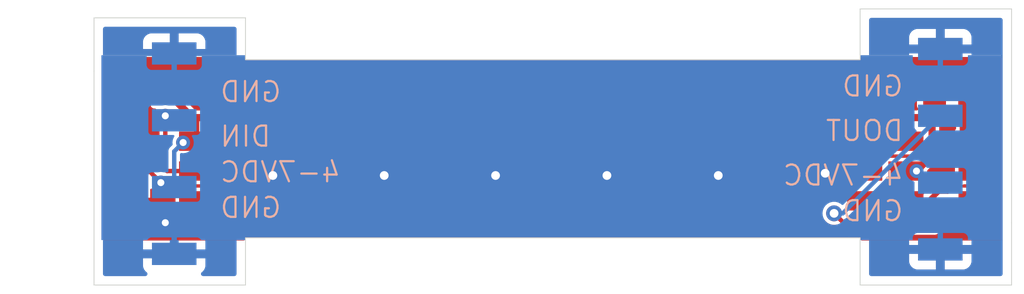
<source format=kicad_pcb>
(kicad_pcb (version 20211014) (generator pcbnew)
  (layers (0 "F.Cu" signal) (31 "B.Cu" signal) (34 "B.Paste" user) (35 "F.Paste" user) (36 "B.SilkS" user "B.Silkscreen") (37 "F.SilkS" user "F.Silkscreen") (38 "B.Mask" user) (39 "F.Mask" user) (44 "Edge.Cuts" user))
  (net 0 "")
  (net 1 "+5V")
  (net 2 "GND")
  (net 3 "Net-(CN1-Pad2)")
  (net 4 "Net-(CN2-Pad3)")
  (net 5 "Net-(LED1-PadDO)")
  (net 6 "Net-(LED2-PadDO)")
  (net 7 "Net-(LED3-PadDO)")
  (net 8 "Net-(LED4-PadDO)")
  (net 9 "Net-(LED5-PadDO)")
  (net 10 "Net-(LED6-PadDO)")
  (net 11 "Net-(LED7-PadDO)")
  (footprint "Adafruit NeoPixel 8 Stick:C0805K" (layer "F.Cu") (at 145.3261 101.7016 180)
    (fp_text reference "C3" hide)
    (fp_text value "C-USC0805K")
    (pad "1" smd rect (at -1 0 180) (size 1.3 1.6) (layers "F.Cu" "F.Paste" "F.Mask") (net 1 "+5V"))
    (pad "2" smd rect (at 1 0 180) (size 1.3 1.6) (layers "F.Cu" "F.Paste" "F.Mask") (net 2 "GND"))
  )
  (footprint "Adafruit NeoPixel 8 Stick:WS28115050" (layer "F.Cu") (at 158.0261 106.2736)
    (fp_text reference "LED6" hide)
    (fp_text value ">VALUE")
    (pad "DI" smd rect (at 2 0) (size 2 1.1) (layers "F.Cu" "F.Paste" "F.Mask") (net 9 "Net-(LED5-PadDO)"))
    (pad "DO" smd rect (at 2 1.7) (size 2 1.1) (layers "F.Cu" "F.Paste" "F.Mask") (net 10 "Net-(LED6-PadDO)"))
    (pad "LEDVDD" smd rect (at -2 0) (size 2 1.1) (layers "F.Cu" "F.Paste" "F.Mask") (net 1 "+5V"))
    (pad "NC" smd rect (at -2 -1.7) (size 2 1.1) (layers "F.Cu" "F.Paste" "F.Mask"))
    (pad "VDD" smd rect (at 2 -1.7) (size 2 1.1) (layers "F.Cu" "F.Paste" "F.Mask") (net 1 "+5V"))
    (pad "VSS" smd rect (at -2 1.7) (size 2 1.1) (layers "F.Cu" "F.Paste" "F.Mask") (net 2 "GND"))
  )
  (footprint "Adafruit NeoPixel 8 Stick:C0805K" (layer "F.Cu") (at 165.1381 101.7016 180)
    (fp_text reference "C6" hide)
    (fp_text value "C-USC0805K")
    (pad "1" smd rect (at -1 0 180) (size 1.3 1.6) (layers "F.Cu" "F.Paste" "F.Mask") (net 1 "+5V"))
    (pad "2" smd rect (at 1 0 180) (size 1.3 1.6) (layers "F.Cu" "F.Paste" "F.Mask") (net 2 "GND"))
  )
  (footprint "Adafruit NeoPixel 8 Stick:WS28115050" (layer "F.Cu") (at 132.6261 106.2736)
    (fp_text reference "LED2" hide)
    (fp_text value ">VALUE")
    (pad "DI" smd rect (at 2 0) (size 2 1.1) (layers "F.Cu" "F.Paste" "F.Mask") (net 5 "Net-(LED1-PadDO)"))
    (pad "DO" smd rect (at 2 1.7) (size 2 1.1) (layers "F.Cu" "F.Paste" "F.Mask") (net 6 "Net-(LED2-PadDO)"))
    (pad "LEDVDD" smd rect (at -2 0) (size 2 1.1) (layers "F.Cu" "F.Paste" "F.Mask") (net 1 "+5V"))
    (pad "NC" smd rect (at -2 -1.7) (size 2 1.1) (layers "F.Cu" "F.Paste" "F.Mask"))
    (pad "VDD" smd rect (at 2 -1.7) (size 2 1.1) (layers "F.Cu" "F.Paste" "F.Mask") (net 1 "+5V"))
    (pad "VSS" smd rect (at -2 1.7) (size 2 1.1) (layers "F.Cu" "F.Paste" "F.Mask") (net 2 "GND"))
  )
  (footprint "Adafruit NeoPixel 8 Stick:WS28115050" (layer "F.Cu") (at 151.6761 106.2736)
    (fp_text reference "LED5" hide)
    (fp_text value ">VALUE")
    (pad "DI" smd rect (at 2 0) (size 2 1.1) (layers "F.Cu" "F.Paste" "F.Mask") (net 8 "Net-(LED4-PadDO)"))
    (pad "DO" smd rect (at 2 1.7) (size 2 1.1) (layers "F.Cu" "F.Paste" "F.Mask") (net 9 "Net-(LED5-PadDO)"))
    (pad "LEDVDD" smd rect (at -2 0) (size 2 1.1) (layers "F.Cu" "F.Paste" "F.Mask") (net 1 "+5V"))
    (pad "NC" smd rect (at -2 -1.7) (size 2 1.1) (layers "F.Cu" "F.Paste" "F.Mask"))
    (pad "VDD" smd rect (at 2 -1.7) (size 2 1.1) (layers "F.Cu" "F.Paste" "F.Mask") (net 1 "+5V"))
    (pad "VSS" smd rect (at -2 1.7) (size 2 1.1) (layers "F.Cu" "F.Paste" "F.Mask") (net 2 "GND"))
  )
  (footprint "Adafruit NeoPixel 8 Stick:WS28115050" (layer "F.Cu") (at 145.3261 106.2736)
    (fp_text reference "LED4" hide)
    (fp_text value ">VALUE")
    (pad "DI" smd rect (at 2 0) (size 2 1.1) (layers "F.Cu" "F.Paste" "F.Mask") (net 7 "Net-(LED3-PadDO)"))
    (pad "DO" smd rect (at 2 1.7) (size 2 1.1) (layers "F.Cu" "F.Paste" "F.Mask") (net 8 "Net-(LED4-PadDO)"))
    (pad "LEDVDD" smd rect (at -2 0) (size 2 1.1) (layers "F.Cu" "F.Paste" "F.Mask") (net 1 "+5V"))
    (pad "NC" smd rect (at -2 -1.7) (size 2 1.1) (layers "F.Cu" "F.Paste" "F.Mask"))
    (pad "VDD" smd rect (at 2 -1.7) (size 2 1.1) (layers "F.Cu" "F.Paste" "F.Mask") (net 1 "+5V"))
    (pad "VSS" smd rect (at -2 1.7) (size 2 1.1) (layers "F.Cu" "F.Paste" "F.Mask") (net 2 "GND"))
  )
  (footprint "Adafruit NeoPixel 8 Stick:WS28115050" (layer "F.Cu") (at 126.2761 106.2736)
    (fp_text reference "LED1" hide)
    (fp_text value ">VALUE")
    (pad "DI" smd rect (at 2 0) (size 2 1.1) (layers "F.Cu" "F.Paste" "F.Mask") (net 4 "Net-(CN2-Pad3)"))
    (pad "DO" smd rect (at 2 1.7) (size 2 1.1) (layers "F.Cu" "F.Paste" "F.Mask") (net 5 "Net-(LED1-PadDO)"))
    (pad "LEDVDD" smd rect (at -2 0) (size 2 1.1) (layers "F.Cu" "F.Paste" "F.Mask") (net 1 "+5V"))
    (pad "NC" smd rect (at -2 -1.7) (size 2 1.1) (layers "F.Cu" "F.Paste" "F.Mask"))
    (pad "VDD" smd rect (at 2 -1.7) (size 2 1.1) (layers "F.Cu" "F.Paste" "F.Mask") (net 1 "+5V"))
    (pad "VSS" smd rect (at -2 1.7) (size 2 1.1) (layers "F.Cu" "F.Paste" "F.Mask") (net 2 "GND"))
  )
  (footprint "Adafruit NeoPixel 8 Stick:C0805K" (layer "F.Cu") (at 171.3611 101.7016 180)
    (fp_text reference "C7" hide)
    (fp_text value "C-USC0805K")
    (pad "1" smd rect (at -1 0 180) (size 1.3 1.6) (layers "F.Cu" "F.Paste" "F.Mask") (net 1 "+5V"))
    (pad "2" smd rect (at 1 0 180) (size 1.3 1.6) (layers "F.Cu" "F.Paste" "F.Mask") (net 2 "GND"))
  )
  (footprint "Adafruit NeoPixel 8 Stick:WS28115050" (layer "F.Cu") (at 164.3761 106.2736)
    (fp_text reference "LED7" hide)
    (fp_text value ">VALUE")
    (pad "DI" smd rect (at 2 0) (size 2 1.1) (layers "F.Cu" "F.Paste" "F.Mask") (net 10 "Net-(LED6-PadDO)"))
    (pad "DO" smd rect (at 2 1.7) (size 2 1.1) (layers "F.Cu" "F.Paste" "F.Mask") (net 11 "Net-(LED7-PadDO)"))
    (pad "LEDVDD" smd rect (at -2 0) (size 2 1.1) (layers "F.Cu" "F.Paste" "F.Mask") (net 1 "+5V"))
    (pad "NC" smd rect (at -2 -1.7) (size 2 1.1) (layers "F.Cu" "F.Paste" "F.Mask"))
    (pad "VDD" smd rect (at 2 -1.7) (size 2 1.1) (layers "F.Cu" "F.Paste" "F.Mask") (net 1 "+5V"))
    (pad "VSS" smd rect (at -2 1.7) (size 2 1.1) (layers "F.Cu" "F.Paste" "F.Mask") (net 2 "GND"))
  )
  (footprint "Adafruit NeoPixel 8 Stick:WS28115050" (layer "F.Cu") (at 170.7261 106.2736)
    (fp_text reference "LED8" hide)
    (fp_text value ">VALUE")
    (pad "DI" smd rect (at 2 0) (size 2 1.1) (layers "F.Cu" "F.Paste" "F.Mask") (net 11 "Net-(LED7-PadDO)"))
    (pad "DO" smd rect (at 2 1.7) (size 2 1.1) (layers "F.Cu" "F.Paste" "F.Mask") (net 3 "Net-(CN1-Pad2)"))
    (pad "LEDVDD" smd rect (at -2 0) (size 2 1.1) (layers "F.Cu" "F.Paste" "F.Mask") (net 1 "+5V"))
    (pad "NC" smd rect (at -2 -1.7) (size 2 1.1) (layers "F.Cu" "F.Paste" "F.Mask"))
    (pad "VDD" smd rect (at 2 -1.7) (size 2 1.1) (layers "F.Cu" "F.Paste" "F.Mask") (net 1 "+5V"))
    (pad "VSS" smd rect (at -2 1.7) (size 2 1.1) (layers "F.Cu" "F.Paste" "F.Mask") (net 2 "GND"))
  )
  (footprint "Adafruit NeoPixel 8 Stick:WS28115050" (layer "F.Cu") (at 138.9761 106.2736)
    (fp_text reference "LED3" hide)
    (fp_text value ">VALUE")
    (pad "DI" smd rect (at 2 0) (size 2 1.1) (layers "F.Cu" "F.Paste" "F.Mask") (net 6 "Net-(LED2-PadDO)"))
    (pad "DO" smd rect (at 2 1.7) (size 2 1.1) (layers "F.Cu" "F.Paste" "F.Mask") (net 7 "Net-(LED3-PadDO)"))
    (pad "LEDVDD" smd rect (at -2 0) (size 2 1.1) (layers "F.Cu" "F.Paste" "F.Mask") (net 1 "+5V"))
    (pad "NC" smd rect (at -2 -1.7) (size 2 1.1) (layers "F.Cu" "F.Paste" "F.Mask"))
    (pad "VDD" smd rect (at 2 -1.7) (size 2 1.1) (layers "F.Cu" "F.Paste" "F.Mask") (net 1 "+5V"))
    (pad "VSS" smd rect (at -2 1.7) (size 2 1.1) (layers "F.Cu" "F.Paste" "F.Mask") (net 2 "GND"))
  )
  (footprint "Adafruit NeoPixel 8 Stick:FIDUCIAL_1MM" (layer "F.Cu") (at 168.1861 101.7016)
    (fp_text reference "FID3" hide)
    (fp_text value "FIDUCIAL\"\"" hide)
    (pad "1" smd roundrect (at 0 0) (size 1 1) (layers "F.Cu" "F.Mask") (roundrect_rratio 0.5))
  )
  (footprint "Adafruit NeoPixel 8 Stick:C0805K" (layer "F.Cu") (at 125.5141 101.7016 180)
    (fp_text reference "C8" hide)
    (fp_text value "C-USC0805K")
    (pad "1" smd rect (at -1 0 180) (size 1.3 1.6) (layers "F.Cu" "F.Paste" "F.Mask") (net 1 "+5V"))
    (pad "2" smd rect (at 1 0 180) (size 1.3 1.6) (layers "F.Cu" "F.Paste" "F.Mask") (net 2 "GND"))
  )
  (footprint "Adafruit NeoPixel 8 Stick:FIDUCIAL_1MM" (layer "F.Cu") (at 128.4351 101.7016)
    (fp_text reference "FID1" hide)
    (fp_text value "FIDUCIAL\"\"" hide)
    (pad "1" smd roundrect (at 0 0) (size 1 1) (layers "F.Cu" "F.Mask") (roundrect_rratio 0.5))
  )
  (footprint "Adafruit NeoPixel 8 Stick:C0805K" (layer "F.Cu") (at 156.7561 101.7016 180)
    (fp_text reference "C5" hide)
    (fp_text value "C-USC0805K")
    (pad "1" smd rect (at -1 0 180) (size 1.3 1.6) (layers "F.Cu" "F.Paste" "F.Mask") (net 1 "+5V"))
    (pad "2" smd rect (at 1 0 180) (size 1.3 1.6) (layers "F.Cu" "F.Paste" "F.Mask") (net 2 "GND"))
  )
  (footprint "Adafruit NeoPixel 8 Stick:C0805K" (layer "F.Cu") (at 139.9921 101.7016 180)
    (fp_text reference "C2" hide)
    (fp_text value "C-USC0805K")
    (pad "1" smd rect (at -1 0 180) (size 1.3 1.6) (layers "F.Cu" "F.Paste" "F.Mask") (net 1 "+5V"))
    (pad "2" smd rect (at 1 0 180) (size 1.3 1.6) (layers "F.Cu" "F.Paste" "F.Mask") (net 2 "GND"))
  )
  (footprint "Adafruit NeoPixel 8 Stick:C0805K" (layer "F.Cu") (at 151.6761 101.7016 180)
    (fp_text reference "C4" hide)
    (fp_text value "C-USC0805K")
    (pad "1" smd rect (at -1 0 180) (size 1.3 1.6) (layers "F.Cu" "F.Paste" "F.Mask") (net 1 "+5V"))
    (pad "2" smd rect (at 1 0 180) (size 1.3 1.6) (layers "F.Cu" "F.Paste" "F.Mask") (net 2 "GND"))
  )
  (footprint "Adafruit NeoPixel 8 Stick:C0805K" (layer "F.Cu") (at 131.4831 101.7016 180)
    (fp_text reference "C1" hide)
    (fp_text value "C-USC0805K")
    (pad "1" smd rect (at -1 0 180) (size 1.3 1.6) (layers "F.Cu" "F.Paste" "F.Mask") (net 1 "+5V"))
    (pad "2" smd rect (at 1 0 180) (size 1.3 1.6) (layers "F.Cu" "F.Paste" "F.Mask") (net 2 "GND"))
  )
  (footprint "Adafruit NeoPixel 8 Stick:1X4-SMT" (layer "B.Cu") (at 127 105.918 90)
    (fp_text reference "CN2" hide)
    (fp_text value "1X4SMT" hide)
    (pad "1" smd rect (at -5.08 0 90) (size 1.27 2.54) (layers "B.Cu" "B.Paste" "B.Mask") (net 2 "GND"))
    (pad "2" smd rect (at -1.27 0 90) (size 1.27 2.54) (layers "B.Cu" "B.Paste" "B.Mask") (net 1 "+5V"))
    (pad "3" smd rect (at 2.54 0 90) (size 1.27 2.54) (layers "B.Cu" "B.Paste" "B.Mask") (net 4 "Net-(CN2-Pad3)"))
    (pad "4" smd rect (at 6.35 0 90) (size 1.27 2.54) (layers "B.Cu" "B.Paste" "B.Mask") (net 2 "GND"))
  )
  (footprint "Adafruit NeoPixel 8 Stick:1X4-SMT" (layer "B.Cu") (at 170.688 104.394 -90)
    (fp_text reference "CN1" hide)
    (fp_text value "1X4SMT" hide)
    (pad "1" smd rect (at -5.08 0 270) (size 1.27 2.54) (layers "B.Cu" "B.Paste" "B.Mask") (net 2 "GND"))
    (pad "2" smd rect (at -1.27 0 270) (size 1.27 2.54) (layers "B.Cu" "B.Paste" "B.Mask") (net 3 "Net-(CN1-Pad2)"))
    (pad "3" smd rect (at 2.54 0 270) (size 1.27 2.54) (layers "B.Cu" "B.Paste" "B.Mask") (net 1 "+5V"))
    (pad "4" smd rect (at 6.35 0 270) (size 1.27 2.54) (layers "B.Cu" "B.Paste" "B.Mask") (net 2 "GND"))
  )
  (gr_line (start 166.116 99.9236) (end 166.116 97.028) (layer "Edge.Cuts") (width 0.05))
  (gr_line (start 166.116 99.9236) (end 131.064 99.9236) (layer "Edge.Cuts") (width 0.05))
  (gr_line (start 131.064 112.776) (end 122.428 112.776) (layer "Edge.Cuts") (width 0.05))
  (gr_line (start 174.752 112.776) (end 166.116 112.776) (layer "Edge.Cuts") (width 0.05))
  (gr_line (start 131.064 97.536) (end 131.064 99.9236) (layer "Edge.Cuts") (width 0.05))
  (gr_line (start 122.428 100.584) (end 122.428 97.536) (layer "Edge.Cuts") (width 0.05))
  (gr_line (start 166.116 112.776) (end 166.116 110.0836) (layer "Edge.Cuts") (width 0.05))
  (gr_line (start 131.064 110.0836) (end 131.064 112.776) (layer "Edge.Cuts") (width 0.05))
  (gr_line (start 174.752 97.028) (end 174.752 109.22) (layer "Edge.Cuts") (width 0.05))
  (gr_line (start 166.116 97.028) (end 174.752 97.028) (layer "Edge.Cuts") (width 0.05))
  (gr_line (start 122.428 112.776) (end 122.428 100.584) (layer "Edge.Cuts") (width 0.05))
  (gr_line (start 122.428 97.536) (end 131.064 97.536) (layer "Edge.Cuts") (width 0.05))
  (gr_line (start 174.752 109.22) (end 174.752 112.776) (layer "Edge.Cuts") (width 0.05))
  (gr_line (start 131.064 110.0836) (end 166.116 110.0836) (layer "Edge.Cuts") (width 0.05))
  (gr_text "4-7VDC" (at 168.656 107.188) (layer "B.SilkS") (effects (font (size 1.143 1.143) (thickness 0.127)) (justify left bottom mirror)))
  (gr_text "4-7VDC" (at 129.54 105.664) (layer "B.SilkS") (effects (font (size 1.143 1.143) (thickness 0.127)) (justify right top mirror)))
  (gr_text "DOUT" (at 168.656 104.648) (layer "B.SilkS") (effects (font (size 1.143 1.143) (thickness 0.127)) (justify left bottom mirror)))
  (gr_text "GND" (at 168.656 109.22) (layer "B.SilkS") (effects (font (size 1.143 1.143) (thickness 0.127)) (justify left bottom mirror)))
  (gr_text "DIN" (at 129.54 103.632) (layer "B.SilkS") (effects (font (size 1.143 1.143) (thickness 0.127)) (justify right top mirror)))
  (gr_text "GND" (at 168.656 102.108) (layer "B.SilkS") (effects (font (size 1.143 1.143) (thickness 0.127)) (justify left bottom mirror)))
  (gr_text "GND" (at 129.54 101.092) (layer "B.SilkS") (effects (font (size 1.143 1.143) (thickness 0.127)) (justify right top mirror)))
  (gr_text "GND" (at 129.54 107.696) (layer "B.SilkS") (effects (font (size 1.143 1.143) (thickness 0.127)) (justify right top mirror)))
  (segment (start 157.8864 103.2256) (end 158.2801 103.2256) (width 0.4064) (layer "F.Cu") (net 1))
  (segment (start 153.6271 104.6226) (end 153.6271 103.2256) (width 0.4064) (layer "F.Cu") (net 1))
  (segment (start 132.8801 103.2256) (end 132.8801 104.5736) (width 0.4064) (layer "F.Cu") (net 1))
  (segment (start 171.9961 101.9716) (end 171.9961 103.2256) (width 0.4064) (layer "F.Cu") (net 1))
  (segment (start 166.1381 101.7016) (end 166.3761 101.7016) (width 0.4064) (layer "F.Cu") (net 1))
  (segment (start 128.2761 103.4636) (end 128.0381 103.2256) (width 0.3048) (layer "F.Cu") (net 1))
  (segment (start 128.2761 104.5736) (end 128.2761 103.4636) (width 0.3048) (layer "F.Cu") (net 1))
  (segment (start 158.2801 104.5736) (end 160.0261 104.5736) (width 0.4064) (layer "F.Cu") (net 1))
  (segment (start 166.3761 101.7016) (end 166.3761 103.2256) (width 0.4064) (layer "F.Cu") (net 1))
  (segment (start 158.2801 103.2256) (end 166.3761 103.2256) (width 0.4064) (layer "F.Cu") (net 1))
  (segment (start 153.6761 103.2256) (end 153.6761 104.5736) (width 0.3048) (layer "F.Cu") (net 1))
  (segment (start 169.3291 106.2736) (end 170.2181 105.3846) (width 0.4064) (layer "F.Cu") (net 1))
  (segment (start 139.2301 104.6226) (end 140.9271 104.6226) (width 0.4064) (layer "F.Cu") (net 1))
  (segment (start 147.2771 104.6226) (end 147.2771 103.2256) (width 0.4064) (layer "F.Cu") (net 1))
  (segment (start 153.6271 103.2256) (end 153.6761 103.2256) (width 0.4064) (layer "F.Cu") (net 1))
  (segment (start 158.2801 103.2256) (end 158.2801 104.5736) (width 0.4064) (layer "F.Cu") (net 1))
  (segment (start 132.8021 104.5736) (end 132.8801 104.5736) (width 0.4064) (layer "F.Cu") (net 1))
  (segment (start 137.5791 106.2736) (end 139.2301 104.6226) (width 0.4064) (layer "F.Cu") (net 1))
  (segment (start 162.8521 106.2736) (end 164.5521 104.5736) (width 0.4064) (layer "F.Cu") (net 1))
  (segment (start 145.7071 104.6226) (end 147.2771 104.6226) (width 0.4064) (layer "F.Cu") (net 1))
  (segment (start 162.3761 106.2736) (end 162.4584 106.2736) (width 0.4064) (layer "F.Cu") (net 1))
  (segment (start 132.8801 102.0986) (end 132.8801 103.2256) (width 0.4064) (layer "F.Cu") (net 1))
  (segment (start 172.0911 101.9716) (end 172.3611 101.7016) (width 0.254) (layer "F.Cu") (net 1))
  (segment (start 140.9761 101.7176) (end 140.9761 103.2256) (width 0.4064) (layer "F.Cu") (net 1))
  (segment (start 147.3261 104.5736) (end 147.3261 103.2256) (width 0.4064) (layer "F.Cu") (net 1))
  (segment (start 171.9961 104.4956) (end 172.0741 104.5736) (width 0.4064) (layer "F.Cu") (net 1))
  (segment (start 156.5021 106.2736) (end 158.2021 104.5736) (width 0.4064) (layer "F.Cu") (net 1))
  (segment (start 132.8801 103.2256) (end 128.0381 103.2256) (width 0.4064) (layer "F.Cu") (net 1))
  (segment (start 152.6761 101.7016) (end 153.6761 102.7016) (width 0.3048) (layer "F.Cu") (net 1))
  (segment (start 140.9761 104.5736) (end 140.9761 103.2256) (width 0.4064) (layer "F.Cu") (net 1))
  (segment (start 149.6761 106.2736) (end 150.1521 106.2736) (width 0.4064) (layer "F.Cu") (net 1))
  (segment (start 153.6761 103.2256) (end 157.8864 103.2256) (width 0.4064) (layer "F.Cu") (net 1))
  (segment (start 132.8801 103.2256) (end 140.9761 103.2256) (width 0.4064) (layer "F.Cu") (net 1))
  (segment (start 147.3261 102.7016) (end 147.3261 103.2256) (width 0.3048) (layer "F.Cu") (net 1))
  (segment (start 144.0561 106.2736) (end 145.7071 104.6226) (width 0.4064) (layer "F.Cu") (net 1))
  (segment (start 166.3761 103.2256) (end 166.3761 104.5736) (width 0.4064) (layer "F.Cu") (net 1))
  (segment (start 170.2181 103.2256) (end 171.9961 103.2256) (width 0.4064) (layer "F.Cu") (net 1))
  (segment (start 171.9961 103.2256) (end 171.9961 104.4956) (width 0.4064) (layer "F.Cu") (net 1))
  (segment (start 132.4831 101.7016) (end 132.8801 102.0986) (width 0.4064) (layer "F.Cu") (net 1))
  (segment (start 156.0261 106.2736) (end 156.5021 106.2736) (width 0.4064) (layer "F.Cu") (net 1))
  (segment (start 136.9761 106.2736) (end 137.5791 106.2736) (width 0.4064) (layer "F.Cu") (net 1))
  (segment (start 164.5521 104.5736) (end 166.3761 104.5736) (width 0.4064) (layer "F.Cu") (net 1))
  (segment (start 158.2021 104.5736) (end 158.2801 104.5736) (width 0.4064) (layer "F.Cu") (net 1))
  (segment (start 153.6761 102.7016) (end 153.6761 103.2256) (width 0.3048) (layer "F.Cu") (net 1))
  (segment (start 147.2771 103.2256) (end 147.3261 103.2256) (width 0.4064) (layer "F.Cu") (net 1))
  (segment (start 132.8801 104.5736) (end 134.6261 104.5736) (width 0.4064) (layer "F.Cu") (net 1))
  (segment (start 153.6271 104.6226) (end 153.6761 104.5736) (width 0.4064) (layer "F.Cu") (net 1))
  (segment (start 168.7261 106.2736) (end 169.3291 106.2736) (width 0.4064) (layer "F.Cu") (net 1))
  (segment (start 147.2771 103.2256) (end 140.9761 103.2256) (width 0.4064) (layer "F.Cu") (net 1))
  (segment (start 166.3761 103.2256) (end 170.2181 103.2256) (width 0.4064) (layer "F.Cu") (net 1))
  (segment (start 130.6261 106.2736) (end 131.1021 106.2736) (width 0.4064) (layer "F.Cu") (net 1))
  (segment (start 140.9271 104.6226) (end 140.9761 104.5736) (width 0.4064) (layer "F.Cu") (net 1))
  (segment (start 171.9961 101.9716) (end 172.0911 101.9716) (width 0.254) (layer "F.Cu") (net 1))
  (segment (start 157.7561 103.0953) (end 157.7561 101.7016) (width 0.4064) (layer "F.Cu") (net 1))
  (segment (start 143.3261 106.2736) (end 144.0561 106.2736) (width 0.4064) (layer "F.Cu") (net 1))
  (segment (start 157.8864 103.2256) (end 157.7561 103.0953) (width 0.4064) (layer "F.Cu") (net 1))
  (segment (start 147.2771 104.6226) (end 147.3261 104.5736) (width 0.4064) (layer "F.Cu") (net 1))
  (segment (start 172.0741 104.5736) (end 172.7261 104.5736) (width 0.254) (layer "F.Cu") (net 1))
  (segment (start 125.5776 106.2736) (end 126.238 106.934) (width 0.25) (layer "F.Cu") (net 1))
  (segment (start 170.2181 105.3846) (end 170.2181 103.2256) (width 0.4064) (layer "F.Cu") (net 1))
  (segment (start 124.2761 106.2736) (end 125.5776 106.2736) (width 0.25) (layer "F.Cu") (net 1))
  (segment (start 140.9921 101.7016) (end 140.9761 101.7176) (width 0.4064) (layer "F.Cu") (net 1))
  (segment (start 146.3261 101.7016) (end 147.3261 102.7016) (width 0.3048) (layer "F.Cu") (net 1))
  (segment (start 128.0381 103.2256) (end 126.5141 101.7016) (width 0.4064) (layer "F.Cu") (net 1))
  (segment (start 131.1021 106.2736) (end 132.8021 104.5736) (width 0.4064) (layer "F.Cu") (net 1))
  (segment (start 162.4584 106.2736) (end 162.8521 106.2736) (width 0.4064) (layer "F.Cu") (net 1))
  (via (at 127.508 104.648) (size 0.8) (drill 0.4) (layers "F.Cu" "B.Cu") (net 1))
  (via (at 126.238 106.934) (size 0.8) (drill 0.4) (layers "F.Cu" "B.Cu") (net 1))
  (via (at 169.3291 106.2736) (size 0.8) (drill 0.4) (layers "F.Cu" "B.Cu") (net 1))
  (segment (start 127 105.156) (end 127.508 104.648) (width 0.25) (layer "B.Cu") (net 1))
  (segment (start 127 106.934) (end 126.238 106.934) (width 0.25) (layer "B.Cu") (net 1))
  (segment (start 127 106.934) (end 127 105.156) (width 0.25) (layer "B.Cu") (net 1))
  (segment (start 162.3761 107.9736) (end 162.8031 107.9736) (width 0.254) (layer "F.Cu") (net 2))
  (segment (start 132.6261 107.117928) (end 132.6261 106.5276) (width 0.25) (layer "F.Cu") (net 2))
  (segment (start 169.1761 107.9736) (end 170.4697 106.68) (width 0.25) (layer "F.Cu") (net 2))
  (segment (start 170.4697 106.68) (end 170.688 106.68) (width 0.25) (layer "F.Cu") (net 2))
  (segment (start 164.1221 106.6546) (end 164.1221 106.4006) (width 0.254) (layer "F.Cu") (net 2))
  (segment (start 131.770428 107.9736) (end 132.6261 107.117928) (width 0.25) (layer "F.Cu") (net 2))
  (segment (start 162.8031 107.9736) (end 164.1221 106.6546) (width 0.254) (layer "F.Cu") (net 2))
  (segment (start 156.5801 107.9736) (end 158.0261 106.5276) (width 0.25) (layer "F.Cu") (net 2))
  (segment (start 143.3261 107.9736) (end 143.8801 107.9736) (width 0.25) (layer "F.Cu") (net 2))
  (segment (start 150.2301 107.9736) (end 151.6761 106.5276) (width 0.25) (layer "F.Cu") (net 2))
  (segment (start 143.8801 107.9736) (end 145.3261 106.5276) (width 0.25) (layer "F.Cu") (net 2))
  (segment (start 149.6761 107.9736) (end 150.2301 107.9736) (width 0.25) (layer "F.Cu") (net 2))
  (segment (start 168.7261 107.9736) (end 169.1761 107.9736) (width 0.25) (layer "F.Cu") (net 2))
  (segment (start 156.0261 107.9736) (end 156.5801 107.9736) (width 0.25) (layer "F.Cu") (net 2))
  (segment (start 137.5301 107.9736) (end 138.9761 106.5276) (width 0.25) (layer "F.Cu") (net 2))
  (segment (start 136.9761 107.9736) (end 137.5301 107.9736) (width 0.25) (layer "F.Cu") (net 2))
  (segment (start 130.6261 107.9736) (end 131.770428 107.9736) (width 0.25) (layer "F.Cu") (net 2))
  (via (at 164.1221 106.4006) (size 0.9064) (drill 0.5) (layers "F.Cu" "B.Cu") (net 2))
  (via (at 132.6261 106.5276) (size 0.9064) (drill 0.5) (layers "F.Cu" "B.Cu") (net 2))
  (via (at 151.6761 106.5276) (size 0.9064) (drill 0.5) (layers "F.Cu" "B.Cu") (net 2))
  (via (at 145.3261 106.5276) (size 0.9064) (drill 0.5) (layers "F.Cu" "B.Cu") (net 2))
  (via (at 138.9761 106.5276) (size 0.9064) (drill 0.5) (layers "F.Cu" "B.Cu") (net 2))
  (via (at 126.492 109.22) (size 0.8) (drill 0.4) (layers "F.Cu" "B.Cu") (net 2))
  (via (at 158.0261 106.5276) (size 0.9064) (drill 0.5) (layers "F.Cu" "B.Cu") (net 2))
  (segment (start 170.7261 108.1786) (end 170.7261 109.1946) (width 0.254) (layer "F.Cu") (net 3))
  (segment (start 165.5191 109.5756) (end 164.6301 108.6866) (width 0.254) (layer "F.Cu") (net 3))
  (segment (start 170.3451 109.5756) (end 165.5191 109.5756) (width 0.254) (layer "F.Cu") (net 3))
  (segment (start 172.7261 107.9736) (end 170.9311 107.9736) (width 0.254) (layer "F.Cu") (net 3))
  (segment (start 170.9311 107.9736) (end 170.7261 108.1786) (width 0.254) (layer "F.Cu") (net 3))
  (segment (start 170.7261 109.1946) (end 170.3451 109.5756) (width 0.254) (layer "F.Cu") (net 3))
  (via (at 164.6301 108.6866) (size 0.9064) (drill 0.5) (layers "F.Cu" "B.Cu") (net 3))
  (segment (start 165.1254 108.6866) (end 164.6301 108.6866) (width 0.25) (layer "B.Cu") (net 3))
  (segment (start 170.688 103.124) (end 165.1254 108.6866) (width 0.25) (layer "B.Cu") (net 3))
  (segment (start 126.492 103.124) (end 126.492 106.172) (width 0.25) (layer "F.Cu") (net 4))
  (segment (start 126.492 106.172) (end 126.5936 106.2736) (width 0.25) (layer "F.Cu") (net 4))
  (segment (start 126.5936 106.2736) (end 128.2761 106.2736) (width 0.25) (layer "F.Cu") (net 4))
  (via (at 126.492 103.124) (size 0.8) (drill 0.4) (layers "F.Cu" "B.Cu") (net 4))
  (segment (start 128.2761 107.9736) (end 128.2761 109.0676) (width 0.3048) (layer "F.Cu") (net 5))
  (segment (start 133.1341 109.0676) (end 133.1341 107.2896) (width 0.3048) (layer "F.Cu") (net 5))
  (segment (start 134.1501 106.2736) (end 134.6261 106.2736) (width 0.3048) (layer "F.Cu") (net 5))
  (segment (start 128.2761 109.0676) (end 133.1341 109.0676) (width 0.3048) (layer "F.Cu") (net 5))
  (segment (start 133.1341 107.2896) (end 134.1501 106.2736) (width 0.3048) (layer "F.Cu") (net 5))
  (segment (start 139.4841 107.2896) (end 140.5001 106.2736) (width 0.3048) (layer "F.Cu") (net 6))
  (segment (start 139.4841 109.0676) (end 139.4841 107.2896) (width 0.3048) (layer "F.Cu") (net 6))
  (segment (start 140.5001 106.2736) (end 140.9761 106.2736) (width 0.3048) (layer "F.Cu") (net 6))
  (segment (start 134.6261 109.0676) (end 139.4841 109.0676) (width 0.3048) (layer "F.Cu") (net 6))
  (segment (start 134.6261 107.9736) (end 134.6261 109.0676) (width 0.3048) (layer "F.Cu") (net 6))
  (segment (start 145.8341 107.2896) (end 146.8501 106.2736) (width 0.3048) (layer "F.Cu") (net 7))
  (segment (start 145.8341 109.0676) (end 145.8341 107.2896) (width 0.3048) (layer "F.Cu") (net 7))
  (segment (start 140.9761 107.9736) (end 140.9761 109.0676) (width 0.3048) (layer "F.Cu") (net 7))
  (segment (start 146.8501 106.2736) (end 147.3261 106.2736) (width 0.3048) (layer "F.Cu") (net 7))
  (segment (start 140.9761 109.0676) (end 145.8341 109.0676) (width 0.3048) (layer "F.Cu") (net 7))
  (segment (start 153.2001 106.2736) (end 153.6761 106.2736) (width 0.3048) (layer "F.Cu") (net 8))
  (segment (start 159.5501 106.2736) (end 160.0261 106.2736) (width 0.3048) (layer "F.Cu") (net 9))
  (segment (start 153.6761 107.9736) (end 153.6761 109.0676) (width 0.3048) (layer "F.Cu") (net 9))
  (segment (start 153.6761 109.0676) (end 158.4071 109.0676) (width 0.3048) (layer "F.Cu") (net 9))
  (segment (start 158.4071 107.4166) (end 159.5501 106.2736) (width 0.3048) (layer "F.Cu") (net 9))
  (segment (start 158.4071 109.0676) (end 158.4071 107.4166) (width 0.3048) (layer "F.Cu") (net 9))
  (segment (start 160.0261 108.9406) (end 163.6141 108.9406) (width 0.3048) (layer "F.Cu") (net 10))
  (segment (start 165.5191 106.2736) (end 166.3761 106.2736) (width 0.3048) (layer "F.Cu") (net 10))
  (segment (start 160.0261 107.9736) (end 160.0261 108.9406) (width 0.3048) (layer "F.Cu") (net 10))
  (segment (start 163.6141 108.9406) (end 163.7411 108.8136) (width 0.3048) (layer "F.Cu") (net 10))
  (segment (start 163.7411 108.8136) (end 163.7411 108.0516) (width 0.3048) (layer "F.Cu") (net 10))
  (segment (start 163.7411 108.0516) (end 165.5191 106.2736) (width 0.3048) (layer "F.Cu") (net 10))
  (segment (start 166.3761 107.9736) (end 166.3761 108.9406) (width 0.3048) (layer "F.Cu") (net 11))
  (segment (start 170.5991 107.4166) (end 171.1071 107.4166) (width 0.3048) (layer "F.Cu") (net 11))
  (segment (start 166.3761 108.9406) (end 170.0911 108.9406) (width 0.3048) (layer "F.Cu") (net 11))
  (segment (start 170.0911 107.9246) (end 170.5991 107.4166) (width 0.3048) (layer "F.Cu") (net 11))
  (segment (start 171.1071 107.4166) (end 172.2501 106.2736) (width 0.3048) (layer "F.Cu") (net 11))
  (segment (start 172.2501 106.2736) (end 172.7261 106.2736) (width 0.3048) (layer "F.Cu") (net 11))
  (segment (start 170.0911 108.9406) (end 170.0911 107.9246) (width 0.3048) (layer "F.Cu") (net 11))
  (zone (net 2) (net_name "GND") (layer "F.Cu") (priority 6) (connect_pads (clearance 0.000001)) (min_thickness 0.1524) (fill yes (thermal_gap 0.3548) (thermal_bridge_width 0.3548))
    (polygon (pts (xy 174.1805 110.236) (xy 122.9487 110.236) (xy 122.9487 99.7712) (xy 174.1805 99.7712)))
  )
  (zone (net 2) (net_name "GND") (layer "B.Cu") (priority 6) (connect_pads (clearance 0.000001)) (min_thickness 0.127) (fill yes (thermal_gap 0.304) (thermal_bridge_width 0.304))
    (polygon (pts (xy 174.1551 110.2106) (xy 122.8471 110.2106) (xy 122.8471 99.6696) (xy 174.1551 99.6696)))
  )
  (zone (net 2) (net_name "GND") (layer "B.Cu") (connect_pads (clearance 0.508)) (min_thickness 0.254) (fill yes (thermal_gap 0.508) (thermal_bridge_width 0.508))
    (polygon (pts (xy 131.572 113.284) (xy 121.92 113.284) (xy 121.92 97.028) (xy 131.572 97.028)))
  )
  (zone (net 2) (net_name "GND") (layer "B.Cu") (connect_pads (clearance 0.508)) (min_thickness 0.254) (fill yes (thermal_gap 0.508) (thermal_bridge_width 0.508))
    (polygon (pts (xy 175.26 113.284) (xy 165.608 113.284) (xy 165.608 96.52) (xy 175.26 96.52)))
  )
)
</source>
